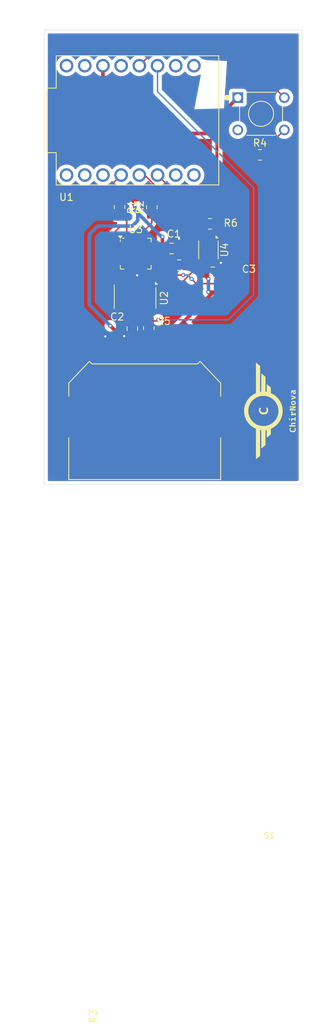
<source format=kicad_pcb>
(kicad_pcb (version 20240108) (generator "pcbnew") (generator_version "8.0")
  (layers (0 "F.Cu" signal) (31 "B.Cu" signal) (34 "B.Paste" user) (35 "F.Paste" user) (36 "B.SilkS" user "B.Silkscreen") (37 "F.SilkS" user "F.Silkscreen") (38 "B.Mask" user) (39 "F.Mask" user) (44 "Edge.Cuts" user))
  (net 0 "")
  (net 1 "3.3V")
  (net 2 "GND")
  (net 3 "SDA")
  (net 4 "SCL")
  (net 5 "Net-(U3-INT)")
  (net 6 "Net-(R4-Pad1)")
  (net 7 "Net-(U1-GPIO2)")
  (net 8 "Net-(U1-GPIO10)")
  (net 10 "Net-(U1-GPIO3)")
  (footprint "Sensor_Motion:InvenSense_QFN-24_4x4mm_P0.5mm" (layer "F.Cu") (at 118.825 148.225)
    (property "Reference" "U3" (at 0 -3.375 0) (layer "F.SilkS"))
    (property "Value" "MPU-6050")
    (fp_line (start -2.15 -1.685) (end -2.15 -1.91) (stroke (width 0.12)) (layer "F.SilkS"))
    (fp_line (start -2.15 2.15) (end -2.15 1.625) (stroke (width 0.12)) (layer "F.SilkS"))
    (fp_line (start -2.15 2.15) (end -1.625 2.15) (stroke (width 0.12)) (layer "F.SilkS"))
    (fp_line (start -1.625 -2.15) (end -1.85 -2.15) (stroke (width 0.12)) (layer "F.SilkS"))
    (fp_line (start 2.15 -2.15) (end 1.625 -2.15) (stroke (width 0.12)) (layer "F.SilkS"))
    (fp_line (start 2.15 -2.15) (end 2.15 -1.625) (stroke (width 0.12)) (layer "F.SilkS"))
    (fp_line (start 2.15 2.15) (end 1.625 2.15) (stroke (width 0.12)) (layer "F.SilkS"))
    (fp_line (start 2.15 2.15) (end 2.15 1.625) (stroke (width 0.12)) (layer "F.SilkS"))
    (fp_poly (pts (xy -2.15 -2.15) (xy -2.39 -2.48) (xy -1.91 -2.48) (xy -2.15 -2.15)) (stroke (width 0.12)) (fill solid) (layer "F.SilkS"))
    (pad "1" smd roundrect (at -1.95 -1.25) (size 0.85 0.3) (layers "F.Cu" "F.Paste" "F.Mask"))
    (pad "2" smd roundrect (at -1.95 -0.75) (size 0.85 0.3) (layers "F.Cu" "F.Paste" "F.Mask"))
    (pad "3" smd roundrect (at -1.95 -0.25) (size 0.85 0.3) (layers "F.Cu" "F.Paste" "F.Mask"))
    (pad "4" smd roundrect (at -1.95 0.25) (size 0.85 0.3) (layers "F.Cu" "F.Paste" "F.Mask"))
    (pad "5" smd roundrect (at -1.95 0.75) (size 0.85 0.3) (layers "F.Cu" "F.Paste" "F.Mask"))
    (pad "6" smd roundrect (at -1.95 1.25) (size 0.85 0.3) (layers "F.Cu" "F.Paste" "F.Mask"))
    (pad "7" smd roundrect (at -1.25 1.95 90) (size 0.85 0.3) (layers "F.Cu" "F.Paste" "F.Mask"))
    (pad "8" smd roundrect (at -0.75 1.95 90) (size 0.85 0.3) (layers "F.Cu" "F.Paste" "F.Mask"))
    (pad "9" smd roundrect (at -0.25 1.95 90) (size 0.85 0.3) (layers "F.Cu" "F.Paste" "F.Mask") (net 2 "GND"))
    (pad "10" smd roundrect (at 0.25 1.95 90) (size 0.85 0.3) (layers "F.Cu" "F.Paste" "F.Mask"))
    (pad "11" smd roundrect (at 0.75 1.95 90) (size 0.85 0.3) (layers "F.Cu" "F.Paste" "F.Mask") (net 2 "GND"))
    (pad "12" smd roundrect (at 1.25 1.95 90) (size 0.85 0.3) (layers "F.Cu" "F.Paste" "F.Mask") (net 5 "Net-(U3-INT)"))
    (pad "13" smd roundrect (at 1.95 1.25) (size 0.85 0.3) (layers "F.Cu" "F.Paste" "F.Mask") (net 1 "3.3V"))
    (pad "14" smd roundrect (at 1.95 0.75) (size 0.85 0.3) (layers "F.Cu" "F.Paste" "F.Mask"))
    (pad "15" smd roundrect (at 1.95 0.25) (size 0.85 0.3) (layers "F.Cu" "F.Paste" "F.Mask"))
    (pad "16" smd roundrect (at 1.95 -0.25) (size 0.85 0.3) (layers "F.Cu" "F.Paste" "F.Mask"))
    (pad "17" smd roundrect (at 1.95 -0.75) (size 0.85 0.3) (layers "F.Cu" "F.Paste" "F.Mask"))
    (pad "18" smd roundrect (at 1.95 -1.25) (size 0.85 0.3) (layers "F.Cu" "F.Paste" "F.Mask") (net 2 "GND"))
    (pad "19" smd roundrect (at 1.25 -1.95 90) (size 0.85 0.3) (layers "F.Cu" "F.Paste" "F.Mask"))
    (pad "20" smd roundrect (at 0.75 -1.95 90) (size 0.85 0.3) (layers "F.Cu" "F.Paste" "F.Mask"))
    (pad "21" smd roundrect (at 0.25 -1.95 90) (size 0.85 0.3) (layers "F.Cu" "F.Paste" "F.Mask"))
    (pad "22" smd roundrect (at -0.25 -1.95 90) (size 0.85 0.3) (layers "F.Cu" "F.Paste" "F.Mask"))
    (pad "23" smd roundrect (at -0.75 -1.95 90) (size 0.85 0.3) (layers "F.Cu" "F.Paste" "F.Mask") (net 4 "SCL"))
    (pad "24" smd roundrect (at -1.25 -1.95 90) (size 0.85 0.3) (layers "F.Cu" "F.Paste" "F.Mask") (net 3 "SDA"))
    (zone (net 0) (net_name "") (layer "F.Cu") (connect_pads (clearance 0)) (min_thickness 0.254)
      (keepout (tracks not_allowed) (vias not_allowed) (pads not_allowed) (copperpour not_allowed) (footprints allowed))
      (fill (thermal_gap 0.508) (thermal_bridge_width 0.508))
      (polygon (pts (xy 117.45 146.9) (xy 120.2 146.9) (xy 120.2 149.55) (xy 117.45 149.55)))
    )
  )
  (footprint "Capacitor_SMD:C_0805_2012Metric_Pad1.18x1.45mm_HandSolder" (layer "F.Cu") (at 118.35 158.6625 -90)
    (property "Reference" "C2" (at -1.6425 2.11 180) (layer "F.SilkS"))
    (property "Value" "0.1u")
    (fp_line (start -0.261252 0.735) (end 0.261252 0.735) (stroke (width 0.12)) (layer "F.SilkS"))
    (fp_line (start -0.261252 -0.735) (end 0.261252 -0.735) (stroke (width 0.12)) (layer "F.SilkS"))
    (pad "1" smd roundrect (at -1.0375 0 270) (size 1.175 1.45) (layers "F.Cu" "F.Paste" "F.Mask") (roundrect_rratio 0.212766) (net 1 "3.3V"))
    (pad "2" smd roundrect (at 1.0375 0 270) (size 1.175 1.45) (layers "F.Cu" "F.Paste" "F.Mask") (roundrect_rratio 0.212766) (net 2 "GND"))
  )
  (footprint "Resistor_SMD:R_0805_2012Metric_Pad1.20x1.40mm_HandSolder" (layer "F.Cu") (at 121.075 141.75 90)
    (property "Reference" "R2" (at 0 -1.65 90) (layer "F.SilkS"))
    (property "Value" "4.7k")
    (fp_line (start -0.227064 -0.735) (end 0.227064 -0.735) (stroke (width 0.12)) (layer "F.SilkS"))
    (fp_line (start -0.227064 0.735) (end 0.227064 0.735) (stroke (width 0.12)) (layer "F.SilkS"))
    (pad "1" smd roundrect (at -1 0 90) (size 1.2 1.4) (layers "F.Cu" "F.Paste" "F.Mask") (roundrect_rratio 0.208333) (net 4 "SCL"))
    (pad "2" smd roundrect (at 1 0 90) (size 1.2 1.4) (layers "F.Cu" "F.Paste" "F.Mask") (roundrect_rratio 0.208333) (net 1 "3.3V"))
  )
  (footprint "Resistor_SMD:R_0805_2012Metric_Pad1.20x1.40mm_HandSolder" (layer "F.Cu") (at 124.875 149.825)
    (property "Reference" "R3" (at -11.9725 104.665 -90) (layer "F.SilkS"))
    (property "Value" "10k")
    (fp_line (start -0.227064 -0.735) (end 0.227064 -0.735) (stroke (width 0.12)) (layer "F.SilkS"))
    (fp_line (start -0.227064 0.735) (end 0.227064 0.735) (stroke (width 0.12)) (layer "F.SilkS"))
    (pad "1" smd roundrect (at -1 0) (size 1.2 1.4) (layers "F.Cu" "F.Paste" "F.Mask") (roundrect_rratio 0.208333) (net 5 "Net-(U3-INT)"))
    (pad "2" smd roundrect (at 1 0) (size 1.2 1.4) (layers "F.Cu" "F.Paste" "F.Mask") (roundrect_rratio 0.208333) (net 2 "GND"))
  )
  (footprint "Capacitor_SMD:C_0805_2012Metric_Pad1.18x1.45mm_HandSolder" (layer "F.Cu") (at 129.5625 150.825 180)
    (property "Reference" "C3" (at -5.0675 0.455 0) (layer "F.SilkS"))
    (property "Value" "0.1u")
    (fp_line (start -0.261252 0.735) (end 0.261252 0.735) (stroke (width 0.12)) (layer "F.SilkS"))
    (fp_line (start -0.261252 -0.735) (end 0.261252 -0.735) (stroke (width 0.12)) (layer "F.SilkS"))
    (pad "1" smd roundrect (at -1.0375 0 180) (size 1.175 1.45) (layers "F.Cu" "F.Paste" "F.Mask") (roundrect_rratio 0.212766) (net 2 "GND"))
    (pad "2" smd roundrect (at 1.0375 0 180) (size 1.175 1.45) (layers "F.Cu" "F.Paste" "F.Mask") (roundrect_rratio 0.212766) (net 1 "3.3V"))
  )
  (footprint "Capacitor_SMD:C_0805_2012Metric_Pad1.18x1.45mm_HandSolder" (layer "F.Cu") (at 123.8375 147.5 180)
    (property "Reference" "C1" (at -0.3125 2.03 0) (layer "F.SilkS"))
    (property "Value" "0.1u")
    (fp_line (start -0.261252 0.735) (end 0.261252 0.735) (stroke (width 0.12)) (layer "F.SilkS"))
    (fp_line (start -0.261252 -0.735) (end 0.261252 -0.735) (stroke (width 0.12)) (layer "F.SilkS"))
    (pad "1" smd roundrect (at -1.0375 0 180) (size 1.175 1.45) (layers "F.Cu" "F.Paste" "F.Mask") (roundrect_rratio 0.212766) (net 2 "GND"))
    (pad "2" smd roundrect (at 1.0375 0 180) (size 1.175 1.45) (layers "F.Cu" "F.Paste" "F.Mask") (roundrect_rratio 0.212766) (net 1 "3.3V"))
  )
  (footprint "Module:ESP32 C3_MINI" (layer "F.Cu") (at 119.07 129.645 90)
    (property "Reference" "U1" (at -10.705 -9.92 180) (layer "F.SilkS"))
    (property "Value" "ESP32-C3_SUPERMINI_TH")
    (fp_line (start 4.5 -12.65) (end -4.5 -12.65) (stroke (width 0.127)) (layer "F.SilkS"))
    (fp_line (start 4.5 -12.65) (end 4.5 -11.35) (stroke (width 0.127)) (layer "F.SilkS"))
    (fp_line (start -4.5 -12.65) (end -4.5 -11.35) (stroke (width 0.127)) (layer "F.SilkS"))
    (fp_line (start 9 -11.35) (end 4.5 -11.35) (stroke (width 0.127)) (layer "F.SilkS"))
    (fp_line (start -4.5 -11.35) (end -9 -11.35) (stroke (width 0.127)) (layer "F.SilkS"))
    (fp_line (start 9 11.35) (end 9 -11.35) (stroke (width 0.127)) (layer "F.SilkS"))
    (fp_line (start 9 11.35) (end -9 11.35) (stroke (width 0.127)) (layer "F.SilkS"))
    (fp_line (start -9 11.35) (end -9 -11.35) (stroke (width 0.127)) (layer "F.SilkS"))
    (pad "0" thru_hole circle (at 7.62 7.88 90) (size 1.905 1.905) (drill 1.27) (layers "*.Cu" "*.Mask"))
    (pad "1" thru_hole circle (at 7.62 5.34 90) (size 1.905 1.905) (drill 1.27) (layers "*.Cu" "*.Mask"))
    (pad "2" thru_hole circle (at 7.62 2.8 90) (size 1.905 1.905) (drill 1.27) (layers "*.Cu" "*.Mask") (net 7 "Net-(U1-GPIO2)"))
    (pad "3" thru_hole circle (at 7.62 0.26 90) (size 1.905 1.905) (drill 1.27) (layers "*.Cu" "*.Mask") (net 10 "Net-(U1-GPIO3)"))
    (pad "3.3" thru_hole circle (at 7.62 -4.82 90) (size 1.905 1.905) (drill 1.27) (layers "*.Cu" "*.Mask") (net 1 "3.3V"))
    (pad "4" thru_hole circle (at 7.62 -2.28 90) (size 1.905 1.905) (drill 1.27) (layers "*.Cu" "*.Mask"))
    (pad "5" thru_hole circle (at -7.62 -9.9 90) (size 1.905 1.905) (drill 1.27) (layers "*.Cu" "*.Mask"))
    (pad "5V" thru_hole circle (at 7.62 -9.9 90) (size 1.905 1.905) (drill 1.27) (layers "*.Cu" "*.Mask"))
    (pad "6" thru_hole circle (at -7.62 -7.36 90) (size 1.905 1.905) (drill 1.27) (layers "*.Cu" "*.Mask"))
    (pad "7" thru_hole circle (at -7.62 -4.82 90) (size 1.905 1.905) (drill 1.27) (layers "*.Cu" "*.Mask"))
    (pad "8" thru_hole circle (at -7.62 -2.28 90) (size 1.905 1.905) (drill 1.27) (layers "*.Cu" "*.Mask") (net 3 "SDA"))
    (pad "9" thru_hole circle (at -7.62 0.26 90) (size 1.905 1.905) (drill 1.27) (layers "*.Cu" "*.Mask") (net 4 "SCL"))
    (pad "10" thru_hole circle (at -7.62 2.8 90) (size 1.905 1.905) (drill 1.27) (layers "*.Cu" "*.Mask") (net 8 "Net-(U1-GPIO10)"))
    (pad "20" thru_hole circle (at -7.62 5.34 90) (size 1.905 1.905) (drill 1.27) (layers "*.Cu" "*.Mask"))
    (pad "21" thru_hole circle (at -7.62 7.88 90) (size 1.905 1.905) (drill 1.27) (layers "*.Cu" "*.Mask"))
    (pad "G" thru_hole circle (at 7.62 -7.36 90) (size 1.905 1.905) (drill 1.27) (layers "*.Cu" "*.Mask"))
  )
  (footprint "3034:BAT_3034" (layer "F.Cu") (at 120.08 170.98)
    (property "Reference" "BT1" (hide yes))
    (property "Value" "3034")
    (fp_line (start -10.605 -4.72297) (end -10.605 -2.9) (stroke (width 0.127)) (layer "F.SilkS"))
    (fp_line (start -10.605 8.7286) (end -10.605 2.9) (stroke (width 0.127)) (layer "F.SilkS"))
    (fp_line (start -10.605 8.7286) (end 10.605 8.7286) (stroke (width 0.127)) (layer "F.SilkS"))
    (fp_line (start -7.73413 -7.74146) (end -10.605 -4.72297) (stroke (width 0.127)) (layer "F.SilkS"))
    (fp_line (start -7.73413 -7.74146) (end -7.366 -7.3914) (stroke (width 0.127)) (layer "F.SilkS"))
    (fp_line (start -7.366 -7.3914) (end 7.366 -7.3914) (stroke (width 0.127)) (layer "F.SilkS"))
    (fp_line (start 7.366 -7.3914) (end 7.73413 -7.74146) (stroke (width 0.127)) (layer "F.SilkS"))
    (fp_line (start 7.73413 -7.74146) (end 10.605 -4.72297) (stroke (width 0.127)) (layer "F.SilkS"))
    (fp_line (start 10.605 -4.72297) (end 10.605 -2.9) (stroke (width 0.127)) (layer "F.SilkS"))
    (fp_line (start 10.605 8.7286) (end 10.605 2.9) (stroke (width 0.127)) (layer "F.SilkS"))
    (pad "N" smd rect (at 0 0) (size 3.96 3.96) (layers "F.Cu" "F.Mask") (net 2 "GND"))
    (pad "P1" smd rect (at -10.985 0) (size 1.27 5.08) (layers "F.Cu" "F.Paste" "F.Mask") (net 1 "3.3V"))
    (pad "P2" smd rect (at 10.985 0) (size 1.27 5.08) (layers "F.Cu" "F.Paste" "F.Mask") (net 1 "3.3V"))
  )
  (footprint "Resistor_SMD:R_0805_2012Metric_Pad1.20x1.40mm_HandSolder" (layer "F.Cu") (at 136.175 134.45)
    (property "Reference" "R4" (at 0 -1.65 0) (layer "F.SilkS"))
    (property "Value" "10k")
    (fp_line (start -0.227064 -0.735) (end 0.227064 -0.735) (stroke (width 0.12)) (layer "F.SilkS"))
    (fp_line (start -0.227064 0.735) (end 0.227064 0.735) (stroke (width 0.12)) (layer "F.SilkS"))
    (pad "1" smd roundrect (at -1 0) (size 1.2 1.4) (layers "F.Cu" "F.Paste" "F.Mask") (roundrect_rratio 0.208333) (net 6 "Net-(R4-Pad1)"))
    (pad "2" smd roundrect (at 1 0) (size 1.2 1.4) (layers "F.Cu" "F.Paste" "F.Mask") (roundrect_rratio 0.208333) (net 2 "GND"))
  )
  (footprint "Resistor_SMD:R_0805_2012Metric_Pad1.20x1.40mm_HandSolder" (layer "F.Cu") (at 116.575 141.725 -90)
    (property "Reference" "R1" (at 0 -1.65 90) (layer "F.SilkS"))
    (property "Value" "4.7k")
    (fp_line (start -0.227064 0.735) (end 0.227064 0.735) (stroke (width 0.12)) (layer "F.SilkS"))
    (fp_line (start -0.227064 -0.735) (end 0.227064 -0.735) (stroke (width 0.12)) (layer "F.SilkS"))
    (pad "1" smd roundrect (at -1 0 270) (size 1.2 1.4) (layers "F.Cu" "F.Paste" "F.Mask") (roundrect_rratio 0.208333) (net 1 "3.3V"))
    (pad "2" smd roundrect (at 1 0 270) (size 1.2 1.4) (layers "F.Cu" "F.Paste" "F.Mask") (roundrect_rratio 0.208333) (net 3 "SDA"))
  )
  (footprint "Button_Switch_THT:SW_FSM8JH" (layer "F.Cu") (at 136.325 128.725)
    (property "Reference" "S1" (at 1.1425 100.59 0) (layer "F.SilkS") (effects (font (size 0.801197 0.801197))))
    (property "Value" "FSM8JH")
    (fp_line (start -3 -1) (end -3 1) (stroke (width 0.127)) (layer "F.SilkS"))
    (fp_line (start -2 -3) (end 2 -3) (stroke (width 0.127)) (layer "F.SilkS"))
    (fp_line (start -2 3) (end 2 3) (stroke (width 0.127)) (layer "F.SilkS"))
    (fp_line (start 3 -1) (end 3 1) (stroke (width 0.127)) (layer "F.SilkS"))
    (fp_circle (center -4.75 -2.25) (end -4.55 -2.25) (stroke (width 0.4)) (fill none) (layer "F.SilkS"))
    (fp_circle (center 0 0) (end 1.75 0) (stroke (width 0.127)) (fill none) (layer "F.SilkS"))
    (pad "1" thru_hole rect (at -3.25 -2.25) (size 1.498 1.498) (drill 0.99) (layers "*.Cu" "*.Mask") (net 1 "3.3V"))
    (pad "2" thru_hole circle (at -3.25 2.25) (size 1.498 1.498) (drill 0.99) (layers "*.Cu" "*.Mask"))
    (pad "3" thru_hole circle (at 3.25 -2.25) (size 1.498 1.498) (drill 0.99) (layers "*.Cu" "*.Mask") (net 10 "Net-(U1-GPIO3)"))
    (pad "4" thru_hole circle (at 3.25 2.25) (size 1.498 1.498) (drill 0.99) (layers "*.Cu" "*.Mask") (net 6 "Net-(R4-Pad1)"))
  )
  (footprint "LOGO" (layer "F.Cu") (at 137.58 170.14 90)
    (property "Reference" "G***" (hide yes))
    (property "Value" "LOGO" (hide yes))
    (fp_poly (pts (xy -1.117403 2.614413) (xy -1.075636 2.637684) (xy -1.054329 2.674574) (xy -1.050517 2.707583) (xy -1.0595 2.755063) (xy -1.087634 2.787108) (xy -1.11465 2.800063) (xy -1.145139 2.80999) (xy -1.164444 2.811871) (xy -1.184987 2.805923) (xy -1.196126 2.801484) (xy -1.223847 2.78292) (xy -1.243024 2.761976) (xy -1.260584 2.719326) (xy -1.25712 2.678137) (xy -1.23644 2.64288) (xy -1.202351 2.618027) (xy -1.15866 2.608051)) (fill solid) (layer "F.SilkS"))
    (fp_poly (pts (xy -1.155918 2.939215) (xy -1.107435 2.940337) (xy -1.076345 2.942784) (xy -1.058841 2.947029) (xy -1.051114 2.953547) (xy -1.049407 2.960832) (xy -1.049009 2.979865) (xy -1.048573 3.019546) (xy -1.048135 3.075515) (xy -1.047727 3.143408) (xy -1.047392 3.217209) (xy -1.046487 3.451699) (xy -0.962984 3.451699) (xy -0.879481 3.451699) (xy -0.878746 3.51423) (xy -0.878011 3.57676) (xy -1.13935 3.57676) (xy -1.400689 3.57676) (xy -1.400689 3.51423) (xy -1.400689 3.451699) (xy -1.313146 3.451699) (xy -1.225603 3.451699) (xy -1.225603 3.257854) (xy -1.225603 3.064008) (xy -1.313146 3.064008) (xy -1.400689 3.064008) (xy -1.400689 3.001477) (xy -1.400689 2.938947) (xy -1.225603 2.938947)) (fill solid) (layer "F.SilkS"))
    (fp_poly (pts (xy 1.760908 2.979592) (xy 1.76759 3.005355) (xy 1.778813 3.050327) (xy 1.793316 3.109384) (xy 1.80984 3.177406) (xy 1.8209 3.223308) (xy 1.837422 3.290575) (xy 1.852335 3.348449) (xy 1.864553 3.392932) (xy 1.87299 3.420027) (xy 1.876167 3.426533) (xy 1.881143 3.415067) (xy 1.891235 3.382998) (xy 1.905397 3.333964) (xy 1.922584 3.271602) (xy 1.94175 3.19955) (xy 1.945301 3.185943) (xy 2.007938 2.9452) (xy 2.099818 2.941494) (xy 2.148469 2.940523) (xy 2.176028 2.942853) (xy 2.186265 2.949031) (xy 2.185974 2.954) (xy 2.180689 2.969923) (xy 2.168806 3.006259) (xy 2.151426 3.059625) (xy 2.129651 3.126636) (xy 2.104581 3.203907) (xy 2.082036 3.273486) (xy 1.983822 3.57676) (xy 1.874666 3.57676) (xy 1.765511 3.57676) (xy 1.65912 3.257854) (xy 1.55273 2.938947) (xy 1.651208 2.938947) (xy 1.749686 2.938947)) (fill solid) (layer "F.SilkS"))
    (fp_poly (pts (xy -1.988478 2.824087) (xy -1.988478 2.987635) (xy -1.918425 2.950785) (xy -1.854549 2.923467) (xy -1.799913 2.915407) (xy -1.74839 2.926126) (xy -1.726738 2.935839) (xy -1.698003 2.951485) (xy -1.675852 2.967691) (xy -1.659392 2.987809) (xy -1.647728 3.015192) (xy -1.639966 3.05319) (xy -1.635213 3.105156) (xy -1.632573 3.174442) (xy -1.631153 3.264399) (xy -1.630837 3.295362) (xy -1.628235 3.564254) (xy -1.720814 3.564254) (xy -1.813392 3.564254) (xy -1.813392 3.332068) (xy -1.814091 3.249776) (xy -1.816066 3.179251) (xy -1.819137 3.124077) (xy -1.823123 3.087836) (xy -1.826338 3.075692) (xy -1.849542 3.05576) (xy -1.884313 3.052777) (xy -1.924225 3.066318) (xy -1.95 3.083879) (xy -1.988478 3.116256) (xy -1.988478 3.340255) (xy -1.988478 3.564254) (xy -2.082274 3.564254) (xy -2.176071 3.564254) (xy -2.176071 3.120286) (xy -2.176071 2.676317) (xy -2.129173 2.67618) (xy -2.082432 2.673819) (xy -2.035615 2.66833) (xy -2.035376 2.66829) (xy -1.988478 2.660539)) (fill solid) (layer "F.SilkS"))
    (fp_poly (pts (xy 0.184115 2.741522) (xy 0.305699 2.745101) (xy 0.407691 3.067684) (xy 0.434984 3.153218) (xy 0.460241 3.23088) (xy 0.482387 3.297483) (xy 0.500347 3.349837) (xy 0.513046 3.384753) (xy 0.519407 3.399042) (xy 0.519464 3.399097) (xy 0.523341 3.396846) (xy 0.519186 3.382915) (xy 0.516166 3.363828) (xy 0.513018 3.323468) (xy 0.509921 3.265573) (xy 0.507055 3.193878) (xy 0.504598 3.112123) (xy 0.503169 3.048375) (xy 0.497209 2.738848) (xy 0.573765 2.738848) (xy 0.65032 2.738848) (xy 0.65032 3.158274) (xy 0.65032 3.577699) (xy 0.535455 3.574103) (xy 0.42059 3.570507) (xy 0.310754 3.239094) (xy 0.282887 3.156089) (xy 0.258021 3.084112) (xy 0.237057 3.025601) (xy 0.220898 2.982995) (xy 0.210443 2.958731) (xy 0.206595 2.955248) (xy 0.206746 2.957706) (xy 0.208791 2.98467) (xy 0.211266 3.032259) (xy 0.213989 3.096093) (xy 0.216781 3.171792) (xy 0.219461 3.254976) (xy 0.220542 3.292245) (xy 0.228508 3.57676) (xy 0.14552 3.57676) (xy 0.062531 3.57676) (xy 0.062531 3.157351) (xy 0.062531 2.737942)) (fill solid) (layer "F.SilkS"))
    (fp_poly (pts (xy -0.126806 2.925971) (xy -0.079464 2.938719) (xy -0.095559 3.060768) (xy -0.102461 3.113675) (xy -0.107981 3.157071) (xy -0.111383 3.185111) (xy -0.112105 3.192196) (xy -0.123576 3.197795) (xy -0.152073 3.20115) (xy -0.168833 3.201576) (xy -0.225111 3.201576) (xy -0.225111 3.145298) (xy -0.228588 3.10683) (xy -0.240495 3.090382) (xy -0.263043 3.095262) (xy -0.298444 3.120775) (xy -0.299736 3.121859) (xy -0.342978 3.167539) (xy -0.370606 3.221139) (xy -0.384716 3.288125) (xy -0.387691 3.351151) (xy -0.387691 3.451699) (xy -0.32516 3.451699) (xy -0.262629 3.451699) (xy -0.262629 3.51423) (xy -0.262629 3.57676) (xy -0.456474 3.57676) (xy -0.65032 3.57676) (xy -0.65032 3.51423) (xy -0.6495 3.477213) (xy -0.64446 3.458754) (xy -0.631329 3.452401) (xy -0.612801 3.451699) (xy -0.575283 3.451699) (xy -0.575283 3.257854) (xy -0.575283 3.064008) (xy -0.612801 3.064008) (xy -0.634949 3.06266) (xy -0.646033 3.054331) (xy -0.64988 3.032593) (xy -0.65032 3.00099) (xy -0.65032 2.937973) (xy -0.54142 2.941586) (xy -0.43252 2.9452) (xy -0.422439 2.995224) (xy -0.412385 3.040682) (xy -0.403101 3.062713) (xy -0.391102 3.062538) (xy -0.372901 3.041375) (xy -0.356908 3.018153) (xy -0.30659 2.962611) (xy -0.246529 2.928978) (xy -0.179458 2.918351)) (fill solid) (layer "F.SilkS"))
    (fp_poly (pts (xy -2.512853 2.737742) (xy -2.430542 2.760624) (xy -2.37288 2.791576) (xy -2.338325 2.81582) (xy -2.363306 2.849244) (xy -2.392502 2.888375) (xy -2.411889 2.910569) (xy -2.427625 2.918142) (xy -2.445869 2.913411) (xy -2.472779 2.898691) (xy -2.481571 2.893729) (xy -2.54844 2.867999) (xy -2.612742 2.865708) (xy -2.671532 2.886577) (xy -2.708353 2.91534) (xy -2.74484 2.966642) (xy -2.76977 3.031943) (xy -2.783365 3.10601) (xy -2.78585 3.183609) (xy -2.777447 3.259508) (xy -2.75838 3.328473) (xy -2.728873 3.385272) (xy -2.689148 3.424672) (xy -2.686547 3.426306) (xy -2.628281 3.448101) (xy -2.561795 3.450631) (xy -2.494546 3.434121) (xy -2.464308 3.419571) (xy -2.408627 3.387744) (xy -2.367855 3.435354) (xy -2.344307 3.464167) (xy -2.329349 3.484989) (xy -2.326614 3.490682) (xy -2.336342 3.503174) (xy -2.361925 3.521984) (xy -2.39651 3.542942) (xy -2.433246 3.561877) (xy -2.463712 3.574134) (xy -2.554671 3.592432) (xy -2.648614 3.59331) (xy -2.681049 3.589061) (xy -2.767488 3.562136) (xy -2.840779 3.515018) (xy -2.899617 3.449546) (xy -2.942697 3.367556) (xy -2.968715 3.270888) (xy -2.976465 3.172893) (xy -2.967686 3.056387) (xy -2.941296 2.957602) (xy -2.897215 2.876417) (xy -2.835361 2.812711) (xy -2.755655 2.766363) (xy -2.690234 2.744449) (xy -2.601833 2.731992)) (fill solid) (layer "F.SilkS"))
    (fp_poly (pts (xy 1.169704 2.935822) (xy 1.23554 2.951174) (xy 1.259271 2.961455) (xy 1.322853 3.008198) (xy 1.37053 3.072772) (xy 1.401023 3.152717) (xy 1.413054 3.245574) (xy 1.413196 3.257438) (xy 1.40432 3.355686) (xy 1.378216 3.438782) (xy 1.335673 3.505157) (xy 1.277477 3.553238) (xy 1.260335 3.562331) (xy 1.194353 3.584708) (xy 1.12021 3.595457) (xy 1.050613 3.592958) (xy 1.038011 3.590652) (xy 0.957611 3.562233) (xy 0.894045 3.51551) (xy 0.847702 3.451023) (xy 0.818969 3.369315) (xy 0.808236 3.270927) (xy 0.808228 3.27036) (xy 0.811 3.237649) (xy 0.991766 3.237649) (xy 0.992243 3.299009) (xy 1.001557 3.357103) (xy 1.020219 3.406438) (xy 1.034631 3.427821) (xy 1.073736 3.457455) (xy 1.118438 3.464858) (xy 1.162451 3.449751) (xy 1.181572 3.434337) (xy 1.205689 3.399993) (xy 1.219934 3.35293) (xy 1.225119 3.289128) (xy 1.223497 3.226908) (xy 1.212775 3.153685) (xy 1.189951 3.102232) (xy 1.154768 3.072288) (xy 1.10697 3.063593) (xy 1.067993 3.069466) (xy 1.038239 3.088933) (xy 1.015276 3.127116) (xy 0.999614 3.17852) (xy 0.991766 3.237649) (xy 0.811 3.237649) (xy 0.816575 3.171869) (xy 0.844241 3.087847) (xy 0.890696 3.019326) (xy 0.955409 2.967337) (xy 0.96731 2.960681) (xy 1.025807 2.94055) (xy 1.096532 2.932272)) (fill solid) (layer "F.SilkS"))
    (fp_poly (pts (xy 0.178213 -1.551271) (xy 0.247271 -1.535812) (xy 0.319123 -1.511632) (xy 0.385248 -1.482161) (xy 0.43712 -1.45083) (xy 0.446811 -1.443153) (xy 0.474665 -1.419448) (xy 0.405313 -1.334788) (xy 0.33596 -1.250127) (xy 0.300121 -1.275647) (xy 0.228532 -1.313057) (xy 0.145125 -1.334317) (xy 0.091726 -1.338158) (xy 0.012707 -1.327079) (xy -0.054795 -1.29458) (xy -0.110135 -1.241768) (xy -0.152663 -1.169751) (xy -0.181734 -1.079636) (xy -0.196698 -0.972532) (xy -0.196909 -0.849545) (xy -0.196639 -0.844924) (xy -0.182057 -0.732342) (xy -0.15323 -0.639912) (xy -0.1103 -0.56781) (xy -0.053408 -0.516212) (xy 0.017302 -0.485296) (xy 0.09983 -0.475234) (xy 0.1773 -0.482574) (xy 0.248172 -0.506593) (xy 0.316618 -0.546877) (xy 0.364354 -0.579846) (xy 0.394463 -0.543172) (xy 0.421579 -0.508648) (xy 0.451305 -0.468725) (xy 0.458089 -0.459266) (xy 0.474666 -0.435322) (xy 0.481917 -0.418008) (xy 0.477374 -0.402782) (xy 0.45857 -0.385105) (xy 0.423037 -0.360433) (xy 0.393944 -0.341232) (xy 0.318193 -0.302873) (xy 0.226938 -0.275051) (xy 0.127956 -0.259165) (xy 0.029026 -0.25661) (xy -0.037518 -0.263759) (xy -0.143937 -0.294282) (xy -0.241336 -0.34566) (xy -0.325812 -0.415045) (xy -0.393459 -0.499589) (xy -0.41657 -0.540229) (xy -0.461002 -0.653414) (xy -0.487662 -0.777843) (xy -0.496453 -0.907537) (xy -0.487278 -1.036514) (xy -0.460038 -1.158795) (xy -0.428033 -1.241798) (xy -0.368807 -1.339551) (xy -0.292204 -1.421143) (xy -0.201083 -1.485117) (xy -0.098304 -1.530011) (xy 0.013273 -1.554366) (xy 0.130788 -1.556722)) (fill solid) (layer "F.SilkS"))
    (fp_poly (pts (xy 2.66032 2.932628) (xy 2.736822 2.948733) (xy 2.798856 2.978208) (xy 2.843141 3.020225) (xy 2.854511 3.039063) (xy 2.863917 3.062898) (xy 2.870303 3.093356) (xy 2.874172 3.135322) (xy 2.876026 3.193681) (xy 2.876396 3.251944) (xy 2.877006 3.324887) (xy 2.879109 3.377143) (xy 2.883141 3.413014) (xy 2.889541 3.436802) (xy 2.896539 3.449851) (xy 2.90821 3.471433) (xy 2.909896 3.494921) (xy 2.902105 3.530526) (xy 2.900799 3.535236) (xy 2.890197 3.569368) (xy 2.879246 3.584939) (xy 2.86119 3.587567) (xy 2.841205 3.584796) (xy 2.801979 3.570936) (xy 2.765246 3.546731) (xy 2.762591 3.544279) (xy 2.727707 3.510858) (xy 2.689871 3.542695) (xy 2.654364 3.564548) (xy 2.608537 3.58284) (xy 2.588524 3.588152) (xy 2.545713 3.596736) (xy 2.51624 3.599633) (xy 2.489067 3.59676) (xy 2.453154 3.588034) (xy 2.449701 3.587115) (xy 2.412481 3.570262) (xy 2.373973 3.542654) (xy 2.362966 3.532269) (xy 2.337885 3.502511) (xy 2.324168 3.472496) (xy 2.317446 3.431392) (xy 2.316215 3.416325) (xy 2.31754 3.380742) (xy 2.501231 3.380742) (xy 2.51103 3.423994) (xy 2.537565 3.452123) (xy 2.576547 3.463555) (xy 2.623685 3.456712) (xy 2.660685 3.43933) (xy 2.684933 3.42219) (xy 2.696972 3.40336) (xy 2.701003 3.373639) (xy 2.70133 3.35033) (xy 2.70133 3.286113) (xy 2.626761 3.291506) (xy 2.564976 3.301692) (xy 2.524754 3.322434) (xy 2.504485 3.354879) (xy 2.501231 3.380742) (xy 2.31754 3.380742) (xy 2.318812 3.346557) (xy 2.338603 3.290383) (xy 2.376895 3.24673) (xy 2.434995 3.214526) (xy 2.51421 3.192696) (xy 2.60263 3.181199) (xy 2.651903 3.176593) (xy 2.681308 3.171638) (xy 2.695939 3.164388) (xy 2.700888 3.152897) (xy 2.70133 3.1435) (xy 2.692709 3.113234) (xy 2.674658 3.087361) (xy 2.658924 3.074144) (xy 2.640407 3.066854) (xy 2.612576 3.064472) (xy 2.568901 3.06598) (xy 2.54647 3.067383) (xy 2.496377 3.071478) (xy 2.454488 3.076342) (xy 2.428292 3.081066) (xy 2.425173 3.082079) (xy 2.409682 3.080709) (xy 2.394844 3.060548) (xy 2.384545 3.037008) (xy 2.374103 3.003192) (xy 2.371812 2.97908) (xy 2.373876 2.973756) (xy 2.390329 2.966404) (xy 2.424463 2.956314) (xy 2.469401 2.945483) (xy 2.477035 2.943835) (xy 2.572631 2.930719)) (fill solid) (layer "F.SilkS"))
    (fp_poly (pts (xy 0.140251 -3.618523) (xy 0.255846 -3.613674) (xy 0.359531 -3.604705) (xy 0.457794 -3.590781) (xy 0.557127 -3.571066) (xy 0.66402 -3.544724) (xy 0.72845 -3.527091) (xy 0.972475 -3.445699) (xy 1.205916 -3.342168) (xy 1.427455 -3.217593) (xy 1.635776 -3.073067) (xy 1.829562 -2.909683) (xy 2.007497 -2.728534) (xy 2.168264 -2.530715) (xy 2.310548 -2.317318) (xy 2.415149 -2.126159) (xy 2.489642 -1.976044) (xy 4.613911 -1.972882) (xy 6.738179 -1.969719) (xy 6.505792 -1.678951) (xy 6.273404 -1.388183) (xy 4.468608 -1.388183) (xy 4.220575 -1.388175) (xy 3.996354 -1.388142) (xy 3.794745 -1.388068) (xy 3.614547 -1.387937) (xy 3.454559 -1.387734) (xy 3.313583 -1.387443) (xy 3.190417 -1.387049) (xy 3.08386 -1.386537) (xy 2.992713 -1.385891) (xy 2.915775 -1.385096) (xy 2.851847 -1.384136) (xy 2.799726 -1.382995) (xy 2.758214 -1.381659) (xy 2.726109 -1.380111) (xy 2.702212 -1.378336) (xy 2.685322 -1.376319) (xy 2.674239 -1.374045) (xy 2.667762 -1.371497) (xy 2.664691 -1.36866) (xy 2.663825 -1.365519) (xy 2.663811 -1.364916) (xy 2.665471 -1.338613) (xy 2.669648 -1.299905) (xy 2.671756 -1.283685) (xy 2.679701 -1.22572) (xy 3.958571 -1.222535) (xy 5.237442 -1.21935) (xy 5.005054 -0.928582) (xy 4.772665 -0.637814) (xy 3.724491 -0.637814) (xy 3.538312 -0.637798) (xy 3.375571 -0.637728) (xy 3.234693 -0.637568) (xy 3.114104 -0.637284) (xy 3.012229 -0.636841) (xy 2.927494 -0.636203) (xy 2.858324 -0.635336) (xy 2.803145 -0.634204) (xy 2.760382 -0.632774) (xy 2.728461 -0.631009) (xy 2.705807 -0.628875) (xy 2.690845 -0.626337) (xy 2.682002 -0.623361) (xy 2.677703 -0.61991) (xy 2.676373 -0.61595) (xy 2.676317 -0.614547) (xy 2.674657 -0.588234) (xy 2.670481 -0.549533) (xy 2.668383 -0.533391) (xy 2.660448 -0.475502) (xy 3.198579 -0.472241) (xy 3.736709 -0.468981) (xy 3.504318 -0.178212) (xy 3.271927 0.112556) (xy 2.881434 0.112556) (xy 2.490941 0.112556) (xy 2.421621 0.25325) (xy 2.299595 0.473478) (xy 2.156052 0.683865) (xy 1.993602 0.881164) (xy 1.814854 1.062128) (xy 1.67402 1.183299) (xy 1.493036 1.314276) (xy 1.29421 1.432921) (xy 1.082686 1.536757) (xy 0.863611 1.623306) (xy 0.642131 1.690089) (xy 0.600098 1.700364) (xy 0.495262 1.72077) (xy 0.372681 1.737685) (xy 0.239438 1.750654) (xy 0.102616 1.759223) (xy -0.030702 1.762937) (xy -0.153435 1.761343) (xy -0.250123 1.754879) (xy -0.510139 1.716091) (xy -0.761678 1.65436) (xy -1.003555 1.570498) (xy -1.234587 1.465316) (xy -1.453589 1.339626) (xy -1.659377 1.194239) (xy -1.850767 1.029967) (xy -2.026574 0.847622) (xy -2.185615 0.648015) (xy -2.326706 0.431957) (xy -2.41383 0.272009) (xy -2.494053 0.112556) (xy -2.88299 0.112556) (xy -3.271926 0.112556) (xy -3.504317 -0.178212) (xy -3.736708 -0.468981) (xy -3.198578 -0.472241) (xy -2.660448 -0.475502) (xy -2.668382 -0.533391) (xy -2.673225 -0.57359) (xy -2.676033 -0.606325) (xy -2.676317 -0.614547) (xy -2.677021 -0.61868) (xy -2.680181 -0.622292) (xy -2.687374 -0.625419) (xy -2.700173 -0.628096) (xy -2.720152 -0.630357) (xy -2.748886 -0.632238) (xy -2.78795 -0.633774) (xy -2.838919 -0.634998) (xy -2.903366 -0.635948) (xy -2.982866 -0.636656) (xy -3.078994 -0.637159) (xy -3.193324 -0.637491) (xy -3.32743 -0.637687) (xy -3.482888 -0.637783) (xy -3.661272 -0.637812) (xy -3.724491 -0.637814) (xy -4.772665 -0.637814) (xy -5.005053 -0.928582) (xy -5.019222 -0.94631) (xy -2.096031 -0.94631) (xy -2.094752 -0.830904) (xy -2.089895 -0.721432) (xy -2.081417 -0.62404) (xy -2.071554 -0.556524) (xy -2.018258 -0.335793) (xy -1.942818 -0.12461) (xy -1.846526 0.075638) (xy -1.730674 0.263567) (xy -1.596551 0.43779) (xy -1.445448 0.596922) (xy -1.278656 0.739578) (xy -1.097467 0.864373) (xy -0.90317 0.969919) (xy -0.697057 1.054833) (xy -0.520985 1.107878) (xy -0.407998 1.134491) (xy -0.307343 1.15309) (xy -0.210382 1.164617) (xy -0.108476 1.170015) (xy 0.007014 1.170225) (xy 0.043772 1.169462) (xy 0.178137 1.163703) (xy 0.292684 1.153314) (xy 0.392254 1.137856) (xy 0.392827 1.137745) (xy 0.615111 1.082274) (xy 0.826664 1.004841) (xy 1.026337 0.906587) (xy 1.212981 0.788656) (xy 1.385448 0.652189) (xy 1.542589 0.498329) (xy 1.683256 0.328216) (xy 1.806299 0.142993) (xy 1.91057 -0.056198) (xy 1.99492 -0.268215) (xy 2.058201 -0.491915) (xy 2.065561 -0.525258) (xy 2.075518 -0.575609) (xy 2.082883 -0.623307) (xy 2.088039 -0.673615) (xy 2.091367 -0.731798) (xy 2.09325 -0.80312) (xy 2.09407 -0.892846) (xy 2.094155 -0.919202) (xy 2.093091 -1.045019) (xy 2.088696 -1.151973) (xy 2.080144 -1.246085) (xy 2.06661 -1.333378) (xy 2.047269 -1.419874) (xy 2.021295 -1.511596) (xy 2.006619 -1.558044) (xy 1.926363 -1.771119) (xy 1.828494 -1.967737) (xy 1.711236 -2.150805) (xy 1.572808 -2.323229) (xy 1.475441 -2.426194) (xy 1.307837 -2.576269) (xy 1.127546 -2.705726) (xy 0.936423 -2.814266) (xy 0.736325 -2.901585) (xy 0.529109 -2.967383) (xy 0.316631 -3.011358) (xy 0.100748 -3.033209) (xy -0.116684 -3.032635) (xy -0.333808 -3.009334) (xy -0.548767 -2.963005) (xy -0.759705 -2.893346) (xy -0.931708 -2.816942) (xy -1.131807 -2.703294) (xy -1.316338 -2.570598) (xy -1.484327 -2.420116) (xy -1.6348 -2.253116) (xy -1.766781 -2.070861) (xy -1.879297 -1.874617) (xy -1.971372 -1.665647) (xy -2.042033 -1.445218) (xy -2.0662 -1.344411) (xy -2.078816 -1.266703) (xy -2.088021 -1.170354) (xy -2.093774 -1.061508) (xy -2.096031 -0.94631) (xy -5.019222 -0.94631) (xy -5.237441 -1.21935) (xy -3.966824 -1.222536) (xy -3.790656 -1.223067) (xy -3.621562 -1.223752) (xy -3.461218 -1.224574) (xy -3.311302 -1.225516) (xy -3.173488 -1.226563) (xy -3.049452 -1.227697) (xy -2.940871 -1.228903) (xy -2.84942 -1.230164) (xy -2.776776 -1.231464) (xy -2.724614 -1.232786) (xy -2.694611 -1.234114) (xy -2.687687 -1.235042) (xy -2.681675 -1.251715) (xy -2.675001 -1.285102) (xy -2.670589 -1.316273) (xy -2.662011 -1.388183) (xy -4.467707 -1.388183) (xy -6.273403 -1.388183) (xy -6.505791 -1.678951) (xy -6.738179 -1.969719) (xy -4.61423 -1.972882) (xy -2.490282 -1.976044) (xy -2.435433 -2.09169) (xy -2.31646 -2.313715) (xy -2.176837 -2.522997) (xy -2.018172 -2.71821) (xy -1.842072 -2.898023) (xy -1.650144 -3.06111) (xy -1.443995 -3.20614) (xy -1.225232 -3.331785) (xy -0.995462 -3.436718) (xy -0.756293 -3.519609) (xy -0.683706 -3.539781) (xy -0.579689 -3.56579) (xy -0.486651 -3.585757) (xy -0.398439 -3.600398) (xy -0.308897 -3.610429) (xy -0.211868 -3.616568) (xy -0.101197 -3.619531) (xy 0.006253 -3.620089)) (fill solid) (layer "F.SilkS"))
  )
  (footprint "OptoDevice:Maxim_OLGA-14_3.3x5.6mm_P0.8mm" (layer "F.Cu") (at 118.725 154.2 -90)
    (property "Reference" "U2" (at 0.22 -4.07 90) (layer "F.SilkS"))
    (property "Value" "MAX30102")
    (fp_line (start 1.66 2.9) (end -1.65 2.9) (stroke (width 0.12)) (layer "F.SilkS"))
    (fp_line (start -1.25 -2.92) (end 1.64 -2.92) (stroke (width 0.12)) (layer "F.SilkS"))
    (fp_poly (pts (xy -1.69 -2.85) (xy -1.97 -2.85) (xy -1.69 -3.13) (xy -1.69 -2.85)) (stroke (width 0.12)) (fill solid) (layer "F.SilkS"))
    (pad "1" smd roundrect (at -1.2 -2.4 270) (size 0.75 0.35) (layers "F.Cu" "F.Paste" "F.Mask"))
    (pad "2" smd roundrect (at -1.2 -1.6 270) (size 0.75 0.35) (layers "F.Cu" "F.Paste" "F.Mask") (net 4 "SCL"))
    (pad "3" smd roundrect (at -1.2 -0.8 270) (size 0.75 0.35) (layers "F.Cu" "F.Paste" "F.Mask") (net 3 "SDA"))
    (pad "4" smd roundrect (at -1.2 0 270) (size 0.75 0.35) (layers "F.Cu" "F.Paste" "F.Mask"))
    (pad "5" smd roundrect (at -1.2 0.8 270) (size 0.75 0.35) (layers "F.Cu" "F.Paste" "F.Mask"))
    (pad "6" smd roundrect (at -1.2 1.6 270) (size 0.75 0.35) (layers "F.Cu" "F.Paste" "F.Mask"))
    (pad "7" smd roundrect (at -1.2 2.4 270) (size 0.75 0.35) (layers "F.Cu" "F.Paste" "F.Mask"))
    (pad "8" smd roundrect (at 1.2 2.4 270) (size 0.75 0.35) (layers "F.Cu" "F.Paste" "F.Mask"))
    (pad "9" smd roundrect (at 1.2 1.6 270) (size 0.75 0.35) (layers "F.Cu" "F.Paste" "F.Mask"))
    (pad "10" smd roundrect (at 1.2 0.8 270) (size 0.75 0.35) (layers "F.Cu" "F.Paste" "F.Mask"))
    (pad "11" smd roundrect (at 1.2 0 270) (size 0.75 0.35) (layers "F.Cu" "F.Paste" "F.Mask") (net 1 "3.3V"))
    (pad "12" smd roundrect (at 1.2 -0.8 270) (size 0.75 0.35) (layers "F.Cu" "F.Paste" "F.Mask") (net 2 "GND"))
    (pad "13" smd roundrect (at 1.2 -1.6 270) (size 0.75 0.35) (layers "F.Cu" "F.Paste" "F.Mask") (net 7 "Net-(U1-GPIO2)"))
    (pad "14" smd roundrect (at 1.2 -2.4 270) (size 0.75 0.35) (layers "F.Cu" "F.Paste" "F.Mask"))
  )
  (footprint "Resistor_SMD:R_0805_2012Metric_Pad1.20x1.40mm_HandSolder" (layer "F.Cu") (at 120.65 158.6 -90)
    (property "Reference" "R5" (at -0.97 -2.09 180) (layer "F.SilkS"))
    (property "Value" "4.7k")
    (fp_line (start -0.227064 0.735) (end 0.227064 0.735) (stroke (width 0.12)) (layer "F.SilkS"))
    (fp_line (start -0.227064 -0.735) (end 0.227064 -0.735) (stroke (width 0.12)) (layer "F.SilkS"))
    (pad "1" smd roundrect (at -1 0 270) (size 1.2 1.4) (layers "F.Cu" "F.Paste" "F.Mask") (roundrect_rratio 0.208333) (net 7 "Net-(U1-GPIO2)"))
    (pad "2" smd roundrect (at 1 0 270) (size 1.2 1.4) (layers "F.Cu" "F.Paste" "F.Mask") (roundrect_rratio 0.208333) (net 1 "3.3V"))
  )
  (footprint "Resistor_SMD:R_0805_2012Metric_Pad1.20x1.40mm_HandSolder" (layer "F.Cu") (at 129.2 144.075)
    (property "Reference" "R6" (at 2.89 -0.125 0) (layer "F.SilkS"))
    (property "Value" "4.7k")
    (fp_line (start -0.227064 -0.735) (end 0.227064 -0.735) (stroke (width 0.12)) (layer "F.SilkS"))
    (fp_line (start -0.227064 0.735) (end 0.227064 0.735) (stroke (width 0.12)) (layer "F.SilkS"))
    (pad "1" smd roundrect (at -1 0) (size 1.2 1.4) (layers "F.Cu" "F.Paste" "F.Mask") (roundrect_rratio 0.208333) (net 8 "Net-(U1-GPIO10)"))
    (pad "2" smd roundrect (at 1 0) (size 1.2 1.4) (layers "F.Cu" "F.Paste" "F.Mask") (roundrect_rratio 0.208333) (net 1 "3.3V"))
  )
  (footprint "Sensor_Humidity:Sensirion_DFN-8-1EP_2.5x2.5mm_P0.5mm_EP1.1x1.7mm" (layer "F.Cu") (at 128.975 147.7 -90)
    (property "Reference" "U4" (at 0 -2.25 90) (layer "F.SilkS"))
    (property "Value" "SHT30-DIS")
    (fp_line (start -1.25 1.36) (end 1.25 1.36) (stroke (width 0.12)) (layer "F.SilkS"))
    (fp_line (start -1.25 -1.36) (end 1.25 -1.36) (stroke (width 0.12)) (layer "F.SilkS"))
    (fp_poly (pts (xy -1.65 -1.05) (xy -1.93 -1.05) (xy -1.65 -1.33) (xy -1.65 -1.05)) (stroke (width 0.12)) (fill solid) (layer "F.SilkS"))
    (pad "1" smd rect (at -1.175 -0.75 270) (size 0.55 0.25) (layers "F.Cu" "F.Paste" "F.Mask") (net 3 "SDA"))
    (pad "2" smd rect (at -1.175 -0.25 270) (size 0.55 0.25) (layers "F.Cu" "F.Paste" "F.Mask") (net 2 "GND"))
    (pad "3" smd rect (at -1.175 0.25 270) (size 0.55 0.25) (layers "F.Cu" "F.Paste" "F.Mask") (net 8 "Net-(U1-GPIO10)"))
    (pad "4" smd rect (at -1.175 0.75 90) (size 0.55 0.25) (layers "F.Cu" "F.Paste" "F.Mask") (net 4 "SCL"))
    (pad "5" smd rect (at 1.175 0.75 270) (size 0.55 0.25) (layers "F.Cu" "F.Paste" "F.Mask") (net 1 "3.3V"))
    (pad "6" smd rect (at 1.175 0.25 270) (size 0.55 0.25) (layers "F.Cu" "F.Paste" "F.Mask"))
    (pad "7" smd rect (at 1.175 -0.25 270) (size 0.55 0.25) (layers "F.Cu" "F.Paste" "F.Mask"))
    (pad "8" smd rect (at 1.175 -0.75 270) (size 0.55 0.25) (layers "F.Cu" "F.Paste" "F.Mask") (net 2 "GND"))
    (pad "9" smd custom (at 0 0 270) (size 1 1) (layers "F.Cu" "F.Mask") (net 2 "GND") (options (clearance outline) (anchor circle)) (primitives (gr_poly (pts (xy 0.5 0.85) (xy -0.5 0.85) (xy -0.5 -0.55) (xy -0.2 -0.85) (xy 0.5 -0.85)) (width 0) (fill yes))))
  )
  (gr_rect (start 106.045 117.03) (end 142.065 180.405) (stroke (width 0.05)) (fill none) (layer "Edge.Cuts"))
  (segment (start 125.4825 157.7425) (end 129.65 153.575) (width 0.5) (layer "F.Cu") (net 1))
  (segment (start 125.11 176.05) (end 114.165 176.05) (width 0.5) (layer "F.Cu") (net 1))
  (segment (start 118.55 141.325) (end 118.7 141.475) (width 0.5) (layer "F.Cu") (net 1))
  (segment (start 118.55 140.725) (end 121.05 140.725) (width 0.5) (layer "F.Cu") (net 1))
  (segment (start 118.35 157.625) (end 118.725 157.25) (width 0.5) (layer "F.Cu") (net 1))
  (segment (start 133.375 147.25) (end 130.2 144.075) (width 0.5) (layer "F.Cu") (net 1))
  (segment (start 128.975 153.575) (end 129.65 153.575) (width 0.5) (layer "F.Cu") (net 1))
  (segment (start 130.2 130.84) (end 129.57 131.47) (width 0.5) (layer "F.Cu") (net 1))
  (segment (start 129.57 131.47) (end 120.97 131.47) (width 0.5) (layer "F.Cu") (net 1))
  (segment (start 121.05 140.725) (end 121.075 140.75) (width 0.5) (layer "F.Cu") (net 1))
  (segment (start 123.625 159.6) (end 125.4825 157.7425) (width 0.5) (layer "F.Cu") (net 1))
  (segment (start 116.1625 158.8875) (end 115.775 159.275) (width 0.5) (layer "F.Cu") (net 1))
  (segment (start 131.89 127.66) (end 133.075 126.475) (width 0.5) (layer "F.Cu") (net 1))
  (segment (start 128.525 151.275) (end 128.975 151.725) (width 0.5) (layer "F.Cu") (net 1))
  (segment (start 122.55 145.875) (end 122.55 147.25) (width 0.5) (layer "F.Cu") (net 1))
  (segment (start 120.25 161.325) (end 120.65 160.925) (width 0.5) (layer "F.Cu") (net 1))
  (segment (start 133.375 151.8) (end 133.375 147.25) (width 0.5) (layer "F.Cu") (net 1))
  (segment (start 121.55 149.475) (end 122.8 148.225) (width 0.2) (layer "F.Cu") (net 1))
  (segment (start 131.065 163.325) (end 131.065 170.98) (width 0.5) (layer "F.Cu") (net 1))
  (segment (start 117.425 157.625) (end 116.1625 158.8875) (width 0.5) (layer "F.Cu") (net 1))
  (segment (start 118.35 157.625) (end 117.425 157.625) (width 0.5) (layer "F.Cu") (net 1))
  (segment (start 120.97 131.47) (end 114.25 124.75) (width 0.5) (layer "F.Cu") (net 1))
  (segment (start 131.89 129.15) (end 131.89 127.66) (width 0.5) (layer "F.Cu") (net 1))
  (segment (start 131.6 153.575) (end 133.375 151.8) (width 0.5) (layer "F.Cu") (net 1))
  (segment (start 122.8 148.225) (end 122.8 147.5) (width 0.2) (layer "F.Cu") (net 1))
  (segment (start 122.55 147.25) (end 122.8 147.5) (width 0.5) (layer "F.Cu") (net 1))
  (segment (start 118.55 140.725) (end 118.55 141.325) (width 0.5) (layer "F.Cu") (net 1))
  (segment (start 129.65 153.575) (end 131.6 153.575) (width 0.5) (layer "F.Cu") (net 1))
  (segment (start 128.15 150.45) (end 128.15 148.875) (width 0.5) (layer "F.Cu") (net 1))
  (segment (start 120.65 160.925) (end 120.65 159.6) (width 0.5) (layer "F.Cu") (net 1))
  (segment (start 128.525 150.825) (end 128.525 151.275) (width 0.5) (layer "F.Cu") (net 1))
  (segment (start 115.275 158.275) (end 115.8875 158.8875) (width 0.5) (layer "F.Cu") (net 1))
  (segment (start 116.575 140.725) (end 118.55 140.725) (width 0.5) (layer "F.Cu") (net 1))
  (segment (start 125.4825 157.7425) (end 131.065 163.325) (width 0.5) (layer "F.Cu") (net 1))
  (segment (start 120.65 159.6) (end 121.6 159.6) (width 0.5) (layer "F.Cu") (net 1))
  (segment (start 130.2 130.84) (end 131.89 129.15) (width 0.5) (layer "F.Cu") (net 1))
  (segment (start 130.2 144.075) (end 130.2 130.84) (width 0.5) (layer "F.Cu") (net 1))
  (segment (start 131.065 170.98) (end 130.18 170.98) (width 0.5) (layer "F.Cu") (net 1))
  (segment (start 115.775 159.275) (end 115.775 160.925) (width 0.5) (layer "F.Cu") (net 1))
  (segment (start 114.25 124.75) (end 114.25 122.025) (width 0.5) (layer "F.Cu") (net 1))
  (segment (start 120.775 149.475) (end 121.55 149.475) (width 0.2) (layer "F.Cu") (net 1))
  (segment (start 128.525 150.825) (end 128.15 150.45) (width 0.5) (layer "F.Cu") (net 1))
  (segment (start 114.165 176.05) (end 109.095 170.98) (width 0.5) (layer "F.Cu") (net 1))
  (segment (start 116.175 161.325) (end 120.25 161.325) (width 0.5) (layer "F.Cu") (net 1))
  (segment (start 121.6 159.6) (end 123.625 159.6) (width 0.5) (layer "F.Cu") (net 1))
  (segment (start 115.775 160.925) (end 116.175 161.325) (width 0.5) (layer "F.Cu") (net 1))
  (segment (start 118.725 157.25) (end 118.725 155.4) (width 0.5) (layer "F.Cu") (net 1))
  (segment (start 130.18 170.98) (end 125.11 176.05) (width 0.5) (layer "F.Cu") (net 1))
  (segment (start 115.8875 158.8875) (end 116.1625 158.8875) (width 0.5) (layer "F.Cu") (net 1))
  (via (at 118.7 141.475) (size 0.6) (drill 0.3) (layers "F.Cu" "B.Cu") (net 1))
  (via (at 115.275 158.275) (size 0.6) (drill 0.3) (layers "F.Cu" "B.Cu") (net 1))
  (via (at 128.975 151.725) (size 0.6) (drill 0.3) (layers "F.Cu" "B.Cu") (net 1))
  (via (at 128.975 153.575) (size 0.6) (drill 0.3) (layers "F.Cu" "B.Cu") (net 1))
  (via (at 122.55 145.875) (size 0.6) (drill 0.3) (layers "F.Cu" "B.Cu") (net 1))
  (segment (start 119.1125 142.5625) (end 119.1125 143.6125) (width 0.5) (layer "B.Cu") (net 1))
  (segment (start 118.7 141.475) (end 118.7 142.15) (width 0.5) (layer "B.Cu") (net 1))
  (segment (start 118.35 144.375) (end 113.525 144.375) (width 0.5) (layer "B.Cu") (net 1))
  (segment (start 122.425 145.875) (end 122.55 145.875) (width 0.5) (layer "B.Cu") (net 1))
  (segment (start 128.975 153.575) (end 128.975 151.725) (width 0.5) (layer "B.Cu") (net 1))
  (segment (start 112.35 145.55) (end 112.35 155.35) (width 0.5) (layer "B.Cu") (net 1))
  (segment (start 119.1125 143.6125) (end 118.35 144.375) (width 0.5) (layer "B.Cu") (net 1))
  (segment (start 113.525 144.375) (end 112.35 145.55) (width 0.5) (layer "B.Cu") (net 1))
  (segment (start 119.1125 142.5625) (end 122.425 145.875) (width 0.5) (layer "B.Cu") (net 1))
  (segment (start 112.35 155.35) (end 115.275 158.275) (width 0.5) (layer "B.Cu") (net 1))
  (segment (start 118.7 142.15) (end 119.1125 142.5625) (width 0.5) (layer "B.Cu") (net 1))
  (segment (start 125.875 148.675) (end 125.95 148.6) (width 0.2) (layer "F.Cu") (net 2))
  (segment (start 120.775 146.975) (end 121.21 146.54) (width 0.2) (layer "F.Cu") (net 2))
  (segment (start 128.975 147.7) (end 129.725 148.45) (width 0.2) (layer "F.Cu") (net 2))
  (segment (start 129.725 148.45) (end 129.725 148.875) (width 0.2) (layer "F.Cu") (net 2))
  (segment (start 119.1 151) (end 119.39 151) (width 0.2) (layer "F.Cu") (net 2))
  (segment (start 128.975 147.7) (end 129.225 147.45) (width 0.2) (layer "F.Cu") (net 2))
  (segment (start 129.225 147.45) (end 129.225 146.525) (width 0.2) (layer "F.Cu") (net 2))
  (segment (start 119.525 154.365) (end 119.54 154.35) (width 0.5) (layer "F.Cu") (net 2))
  (segment (start 124.875 147.5) (end 124.875 146.135) (width 0.2) (layer "F.Cu") (net 2))
  (segment (start 119.525 155.4) (end 119.525 154.365) (width 0.5) (layer "F.Cu") (net 2))
  (segment (start 119.1 151) (end 119.1 151.16) (width 0.2) (layer "F.Cu") (net 2))
  (segment (start 130.6 149.75) (end 130.53 149.68) (width 0.2) (layer "F.Cu") (net 2))
  (segment (start 118.75 151) (end 119.1 151) (width 0.2) (layer "F.Cu") (net 2))
  (segment (start 121.21 146.54) (end 121.21 145.93) (width 0.2) (layer "F.Cu") (net 2))
  (segment (start 130.6 150.825) (end 130.6 149.75) (width 0.2) (layer "F.Cu") (net 2))
  (segment (start 118.575 150.175) (end 118.575 150.825) (width 0.2) (layer "F.Cu") (net 2))
  (segment (start 130.53 149.68) (end 130.71 149.5) (width 0.2) (layer "F.Cu") (net 2))
  (segment (start 125.875 149.825) (end 125.875 148.675) (width 0.2) (layer "F.Cu") (net 2))
  (segment (start 124.86 146.12) (end 124.875 146.135) (width 0.2) (layer "F.Cu") (net 2))
  (segment (start 118.35 159.7) (end 117.24 159.7) (width 0.5) (layer "F.Cu") (net 2))
  (segment (start 130.71 149.5) (end 130.71 149.49) (width 0.2) (layer "F.Cu") (net 2))
  (segment (start 130.53 149.68) (end 129.725 148.875) (width 0.2) (layer "F.Cu") (net 2))
  (segment (start 119.575 150.815) (end 119.575 150.175) (width 0.2) (layer "F.Cu") (net 2))
  (segment (start 117.24 159.7) (end 117.22 159.72) (width 0.5) (layer "F.Cu") (net 2))
  (segment (start 119.39 151) (end 119.575 150.815) (width 0.2) (layer "F.Cu") (net 2))
  (segment (start 118.575 150.825) (end 118.75 151) (width 0.2) (layer "F.Cu") (net 2))
  (segment (start 118.3 170.925) (end 119.635 170.925) (width 0.5) (layer "F.Cu") (net 2))
  (segment (start 119.1 151.16) (end 119.02 151.24) (width 0.2) (layer "F.Cu") (net 2))
  (via (at 117.22 159.72) (size 0.6) (drill 0.3) (layers "F.Cu" "B.Cu") (net 2))
  (via (at 119.02 151.24) (size 0.6) (drill 0.3) (layers "F.Cu" "B.Cu") (net 2))
  (via (at 130.71 149.49) (size 0.6) (drill 0.3) (layers "F.Cu" "B.Cu") (net 2))
  (via (at 124.875 146.135) (size 0.6) (drill 0.3) (layers "F.Cu" "B.Cu") (net 2))
  (via (at 114.58 159.75) (size 0.6) (drill 0.3) (layers "F.Cu" "B.Cu") (net 2))
  (segment (start 117.22 159.72) (end 116.65 159.72) (width 0.5) (layer "B.Cu") (net 2))
  (segment (start 114.61 159.72) (end 114.58 159.75) (width 0.5) (layer "B.Cu") (net 2))
  (segment (start 116.65 159.72) (end 116.65 162.65) (width 0.5) (layer "B.Cu") (net 2))
  (segment (start 116.65 162.65) (end 116.67 162.67) (width 0.5) (layer "B.Cu") (net 2))
  (segment (start 116.65 159.72) (end 114.61 159.72) (width 0.5) (layer "B.Cu") (net 2))
  (segment (start 114.675 139.38) (end 114.675 141.85) (width 0.2) (layer "F.Cu") (net 3))
  (segment (start 115.55 151.075) (end 116.575 152.1) (width 0.2) (layer "F.Cu") (net 3))
  (segment (start 117.575 144.5) (end 117.575 143.725) (width 0.2) (layer "F.Cu") (net 3))
  (segment (start 115.55 142.725) (end 116.575 142.725) (width 0.2) (layer "F.Cu") (net 3))
  (segment (start 116.6 144.5) (end 115.55 145.55) (width 0.2) (layer "F.Cu") (net 3))
  (segment (start 114.675 141.85) (end 115.55 142.725) (width 0.2) (layer "F.Cu") (net 3))
  (segment (start 131.875 148.325) (end 130.075 146.525) (width 0.2) (layer "F.Cu") (net 3))
  (segment (start 115.55 145.55) (end 115.55 151.075) (width 0.2) (layer "F.Cu") (net 3))
  (segment (start 117.575 146.275) (end 117.575 144.5) (width 0.2) (layer "F.Cu") (net 3))
  (segment (start 131.875 151.55) (end 131.875 148.325) (width 0.2) (layer "F.Cu") (net 3))
  (segment (start 116.575 152.1) (end 118.750432 152.1) (width 0.2) (layer "F.Cu") (net 3))
  (segment (start 127.275 152.4) (end 131.025 152.4) (width 0.2) (layer "F.Cu") (net 3))
  (segment (start 130.075 146.525) (end 129.725 146.525) (width 0.2) (layer "F.Cu") (net 3))
  (segment (start 119.525 152.874568) (end 119.525 153) (width 0.2) (layer "F.Cu") (net 3))
  (segment (start 126.611765 151.736765) (end 127.275 152.4) (width 0.2) (layer "F.Cu") (net 3))
  (segment (start 117.575 143.725) (end 116.575 142.725) (width 0.2) (layer "F.Cu") (net 3))
  (segment (start 118.750432 152.1) (end 119.525 152.874568) (width 0.2) (layer "F.Cu") (net 3))
  (segment (start 116.79 137.265) (end 114.675 139.38) (width 0.2) (layer "F.Cu") (net 3))
  (segment (start 119.525 152.874568) (end 121.198833 151.200735) (width 0.2) (layer "F.Cu") (net 3))
  (segment (start 121.198833 151.200735) (end 125.450735 151.200735) (width 0.2) (layer "F.Cu") (net 3))
  (segment (start 117.575 144.5) (end 116.6 144.5) (width 0.2) (layer "F.Cu") (net 3))
  (segment (start 131.025 152.4) (end 131.875 151.55) (width 0.2) (layer "F.Cu") (net 3))
  (via (at 125.450735 151.200735) (size 0.6) (drill 0.3) (layers "F.Cu" "B.Cu") (net 3))
  (via (at 126.611765 151.736765) (size 0.6) (drill 0.3) (layers "F.Cu" "B.Cu") (net 3))
  (segment (start 126.075735 151.200735) (end 126.611765 151.736765) (width 0.2) (layer "B.Cu") (net 3))
  (segment (start 125.450735 151.200735) (end 126.075735 151.200735) (width 0.2) (layer "B.Cu") (net 3))
  (segment (start 122.75 139.95) (end 120.065 137.265) (width 0.2) (layer "F.Cu") (net 4))
  (segment (start 118.075 146.275) (end 118.075 145.81759) (width 0.2) (layer "F.Cu") (net 4))
  (segment (start 119.475 145.55) (end 121.075 143.95) (width 0.2) (layer "F.Cu") (net 4))
  (segment (start 127.025 146.95) (end 127.025 150.475) (width 0.2) (layer "F.Cu") (net 4))
  (segment (start 127.025 150.475) (end 125.45 152.05) (width 0.2) (layer "F.Cu") (net 4))
  (segment (start 121.075 143.95) (end 121.075 142.75) (width 0.2) (layer "F.Cu") (net 4))
  (segment (start 122.75 142.1) (end 122.75 141.825) (width 0.2) (layer "F.Cu") (net 4))
  (segment (start 118.34259 145.55) (end 119.475 145.55) (width 0.2) (layer "F.Cu") (net 4))
  (segment (start 120.065 137.265) (end 119.33 137.265) (width 0.2) (layer "F.Cu") (net 4))
  (segment (start 125.45 152.05) (end 120.925 152.05) (width 0.2) (layer "F.Cu") (net 4))
  (segment (start 120.925 152.05) (end 120.325 152.65) (width 0.2) (layer "F.Cu") (net 4))
  (segment (start 122.75 141.825) (end 122.75 139.95) (width 0.2) (layer "F.Cu") (net 4))
  (segment (start 120.325 152.65) (end 120.325 153) (width 0.2) (layer "F.Cu") (net 4))
  (segment (start 127.45 146.525) (end 127.025 146.95) (width 0.2) (layer "F.Cu") (net 4))
  (segment (start 122.1 142.75) (end 122.75 142.1) (width 0.2) (layer "F.Cu") (net 4))
  (segment (start 121.075 142.75) (end 122.1 142.75) (width 0.2) (layer "F.Cu") (net 4))
  (segment (start 127.45 146.525) (end 122.75 141.825) (width 0.2) (layer "F.Cu") (net 4))
  (segment (start 118.075 145.81759) (end 118.34259 145.55) (width 0.2) (layer "F.Cu") (net 4))
  (segment (start 128.225 146.525) (end 127.45 146.525) (width 0.2) (layer "F.Cu") (net 4))
  (segment (start 123.875 149.825) (end 123.525 150.175) (width 0.2) (layer "F.Cu") (net 5))
  (segment (start 123.525 150.175) (end 120.075 150.175) (width 0.2) (layer "F.Cu") (net 5))
  (segment (start 137.375 132.25) (end 135.175 134.45) (width 0.2) (layer "F.Cu") (net 6))
  (segment (start 138.3 132.25) (end 137.375 132.25) (width 0.2) (layer "F.Cu") (net 6))
  (segment (start 139.575 130.975) (end 138.3 132.25) (width 0.2) (layer "F.Cu") (net 6))
  (segment (start 120.65 155.725) (end 120.325 155.4) (width 0.2) (layer "F.Cu") (net 7))
  (segment (start 121.82 157.6) (end 121.98 157.44) (width 0.2) (layer "F.Cu") (net 7))
  (segment (start 120.65 157.6) (end 120.65 155.725) (width 0.2) (layer "F.Cu") (net 7))
  (segment (start 120.65 157.6) (end 121.82 157.6) (width 0.2) (layer "F.Cu") (net 7))
  (via (at 121.98 157.44) (size 0.6) (drill 0.3) (layers "F.Cu" "B.Cu") (net 7))
  (segment (start 135.29 139.06) (end 121.87 125.64) (width 0.2) (layer "B.Cu") (net 7))
  (segment (start 121.87 125.64) (end 121.87 122.025) (width 0.2) (layer "B.Cu") (net 7))
  (segment (start 121.98 157.44) (end 131.78 157.44) (width 0.2) (layer "B.Cu") (net 7))
  (segment (start 135.29 153.93) (end 135.29 139.06) (width 0.2) (layer "B.Cu") (net 7))
  (segment (start 131.78 157.44) (end 135.29 153.93) (width 0.2) (layer "B.Cu") (net 7))
  (segment (start 128.725 144.6) (end 128.725 146.525) (width 0.2) (layer "F.Cu") (net 8))
  (segment (start 128.2 143.595) (end 121.87 137.265) (width 0.2) (layer "F.Cu") (net 8))
  (segment (start 128.2 144.075) (end 128.2 143.595) (width 0.2) (layer "F.Cu") (net 8))
  (segment (start 128.2 144.075) (end 128.725 144.6) (width 0.2) (layer "F.Cu") (net 8))
  (segment (start 139.575 126.475) (end 132.575 119.475) (width 0.2) (layer "F.Cu") (net 10))
  (segment (start 132.575 119.475) (end 121.88 119.475) (width 0.2) (layer "F.Cu") (net 10))
  (segment (start 121.88 119.475) (end 119.33 122.025) (width 0.2) (layer "F.Cu") (net 10))
  (zone (net 2) (net_name "GND") (layers "F&B.Cu") (connect_pads (clearance 0.5)) (min_thickness 0.25) (fill yes (thermal_gap 0.5) (thermal_bridge_width 0.5))
    (polygon (pts (xy 102.36 116.67) (xy 143.65 116.325) (xy 145.125 181.275) (xy 103.3 182.45) (xy 99.875 116.775)))
  )
  (zone (net 0) (net_name "") (layers "F&B.Cu") (connect_pads (clearance 0)) (min_thickness 0.25)
    (keepout (tracks not_allowed) (vias not_allowed) (pads not_allowed) (copperpour not_allowed) (footprints allowed))
    (fill (thermal_gap 0.5) (thermal_bridge_width 0.5))
    (polygon (pts (xy 128.1 121.1) (xy 128.79 121.26) (xy 131.57 121.36) (xy 131.16 127.97) (xy 127 128.1) (xy 128.17 121.98)))
  )
)
</source>
